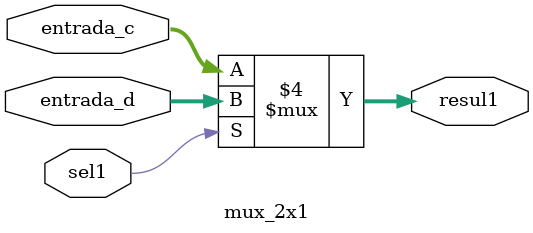
<source format=sv>
module mux_2x1 (

  input logic [31:0] entrada_c, entrada_d,
  input logic sel1,
  output logic [31:0] resul1 
);
  
 always_comb  begin
    
   if(sel1==1)
      resul1=entrada_d;
    else 
      resul1=entrada_c;
      
   end
endmodule 
</source>
